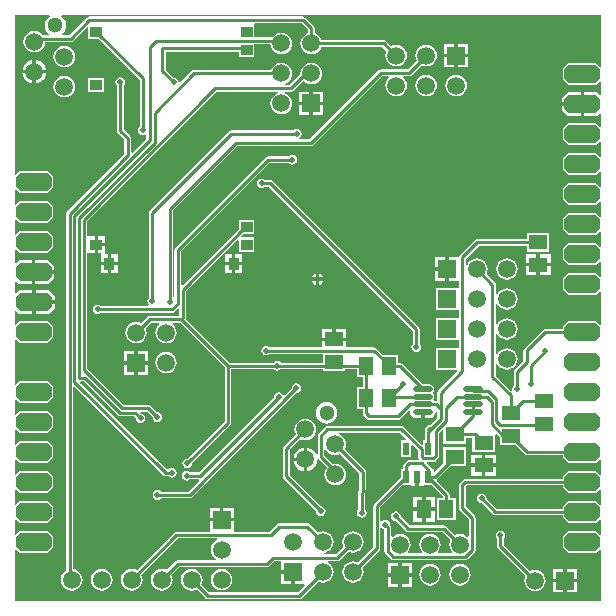
<source format=gbl>
%FSAX42Y42*%
%MOMM*%
G71*
G01*
G75*
G04 Layer_Physical_Order=2*
G04 Layer_Color=16711680*
%ADD10R,1.70X1.70*%
%ADD11O,0.65X0.20*%
%ADD12O,0.20X0.65*%
%ADD13R,1.60X1.30*%
%ADD14R,1.30X1.60*%
%ADD15R,1.10X0.60*%
%ADD16R,1.40X1.00*%
%ADD17R,0.23X0.60*%
%ADD18R,0.60X0.23*%
%ADD19C,0.25*%
%ADD20C,0.24*%
%ADD21C,0.20*%
%ADD22C,1.50*%
%ADD23R,1.50X1.50*%
%ADD24R,1.50X1.50*%
%ADD25C,1.30*%
G04:AMPARAMS|DCode=26|XSize=3mm|YSize=1.5mm|CornerRadius=0mm|HoleSize=0mm|Usage=FLASHONLY|Rotation=0.000|XOffset=0mm|YOffset=0mm|HoleType=Round|Shape=Octagon|*
%AMOCTAGOND26*
4,1,8,1.50,-0.38,1.50,0.38,1.13,0.75,-1.13,0.75,-1.50,0.38,-1.50,-0.38,-1.13,-0.75,1.13,-0.75,1.50,-0.38,0.0*
%
%ADD26OCTAGOND26*%

%ADD27C,1.52*%
%ADD28C,0.50*%
%ADD29R,1.02X0.91*%
%ADD30R,0.91X1.02*%
%ADD31O,1.65X0.48*%
%ADD32R,0.60X1.10*%
G36*
X007483Y007049D02*
X007471Y007044D01*
X007443Y007072D01*
X007203D01*
X007157Y007026D01*
Y006936D01*
X007203Y006891D01*
X007443D01*
X007471Y006919D01*
X007483Y006914D01*
Y006809D01*
X007471Y006805D01*
X007448Y006828D01*
X007338D01*
Y006727D01*
Y006627D01*
X007448D01*
X007471Y006650D01*
X007483Y006645D01*
Y006541D01*
X007471Y006536D01*
X007443Y006564D01*
X007203D01*
X007157Y006518D01*
Y006428D01*
X007203Y006383D01*
X007443D01*
X007471Y006411D01*
X007483Y006406D01*
Y006287D01*
X007471Y006282D01*
X007443Y006310D01*
X007203D01*
X007157Y006264D01*
Y006174D01*
X007203Y006129D01*
X007443D01*
X007471Y006157D01*
X007483Y006152D01*
Y006033D01*
X007471Y006028D01*
X007443Y006056D01*
X007203D01*
X007157Y006010D01*
Y005920D01*
X007203Y005875D01*
X007443D01*
X007471Y005903D01*
X007483Y005898D01*
Y005779D01*
X007471Y005774D01*
X007443Y005802D01*
X007203D01*
X007157Y005756D01*
Y005666D01*
X007203Y005621D01*
X007443D01*
X007471Y005649D01*
X007483Y005644D01*
Y005525D01*
X007471Y005520D01*
X007443Y005548D01*
X007203D01*
X007157Y005502D01*
Y005412D01*
X007203Y005367D01*
X007443D01*
X007471Y005395D01*
X007483Y005390D01*
Y005271D01*
X007471Y005266D01*
X007443Y005294D01*
X007203D01*
X007157Y005248D01*
Y005158D01*
X007203Y005113D01*
X007443D01*
X007471Y005141D01*
X007483Y005136D01*
Y004864D01*
X007471Y004859D01*
X007443Y004887D01*
X007203D01*
X007157Y004842D01*
Y004826D01*
X007007D01*
X006996Y004823D01*
X006986Y004817D01*
X006834Y004665D01*
X006828Y004655D01*
X006825Y004644D01*
Y004556D01*
X006750Y004480D01*
X006743Y004471D01*
X006741Y004460D01*
Y004347D01*
X006741Y004347D01*
X006732Y004333D01*
X006729Y004317D01*
X006731Y004308D01*
X006719Y004302D01*
X006591Y004429D01*
Y004525D01*
X006604Y004527D01*
X006606Y004522D01*
X006620Y004503D01*
X006639Y004489D01*
X006661Y004480D01*
X006685Y004477D01*
X006709Y004480D01*
X006731Y004489D01*
X006750Y004503D01*
X006764Y004522D01*
X006773Y004544D01*
X006776Y004568D01*
X006773Y004592D01*
X006764Y004614D01*
X006750Y004633D01*
X006731Y004647D01*
X006709Y004656D01*
X006685Y004659D01*
X006661Y004656D01*
X006639Y004647D01*
X006620Y004633D01*
X006606Y004614D01*
X006604Y004609D01*
X006591Y004611D01*
Y004779D01*
X006604Y004781D01*
X006606Y004776D01*
X006620Y004757D01*
X006639Y004743D01*
X006661Y004734D01*
X006685Y004731D01*
X006709Y004734D01*
X006731Y004743D01*
X006750Y004757D01*
X006764Y004776D01*
X006773Y004798D01*
X006776Y004822D01*
X006773Y004846D01*
X006764Y004868D01*
X006750Y004887D01*
X006731Y004901D01*
X006709Y004910D01*
X006685Y004913D01*
X006661Y004910D01*
X006639Y004901D01*
X006620Y004887D01*
X006606Y004868D01*
X006604Y004863D01*
X006591Y004865D01*
Y005033D01*
X006604Y005035D01*
X006606Y005030D01*
X006620Y005011D01*
X006639Y004997D01*
X006661Y004988D01*
X006685Y004985D01*
X006709Y004988D01*
X006731Y004997D01*
X006750Y005011D01*
X006764Y005030D01*
X006773Y005052D01*
X006776Y005076D01*
X006773Y005100D01*
X006764Y005122D01*
X006750Y005141D01*
X006731Y005155D01*
X006709Y005164D01*
X006685Y005167D01*
X006661Y005164D01*
X006639Y005155D01*
X006620Y005141D01*
X006606Y005122D01*
X006604Y005117D01*
X006591Y005119D01*
Y005199D01*
X006591Y005199D01*
X006589Y005210D01*
X006583Y005219D01*
X006512Y005289D01*
X006519Y005306D01*
X006522Y005330D01*
X006519Y005354D01*
X006510Y005376D01*
X006496Y005395D01*
X006477Y005409D01*
X006455Y005418D01*
X006431Y005421D01*
X006407Y005418D01*
X006385Y005409D01*
X006366Y005395D01*
X006352Y005376D01*
X006349Y005368D01*
X006336Y005371D01*
Y005418D01*
X006447Y005529D01*
X006854D01*
Y005477D01*
X007045D01*
Y005638D01*
X006854D01*
Y005586D01*
X006435D01*
X006424Y005584D01*
X006415Y005578D01*
X006287Y005450D01*
X006281Y005441D01*
X006281Y005441D01*
X006274Y005430D01*
X006266Y005430D01*
X006192D01*
Y005330D01*
Y005230D01*
X006266D01*
X006277Y005230D01*
X006279Y005217D01*
Y005170D01*
X006268Y005167D01*
X006266Y005167D01*
X006087D01*
Y004985D01*
X006266D01*
X006268Y004985D01*
X006279Y004982D01*
Y004916D01*
X006268Y004912D01*
X006266Y004912D01*
X006087D01*
Y004731D01*
X006266D01*
X006268Y004731D01*
X006279Y004728D01*
Y004662D01*
X006267Y004658D01*
X006266Y004658D01*
X006087D01*
Y004477D01*
X006259D01*
X006264Y004465D01*
X006105Y004305D01*
X006098Y004296D01*
X006096Y004285D01*
Y004224D01*
X006084Y004214D01*
X006082Y004214D01*
X006069D01*
X006063Y004226D01*
X006068Y004235D01*
X006071Y004250D01*
X006068Y004265D01*
X006059Y004278D01*
Y004287D01*
X006068Y004300D01*
X006071Y004315D01*
X006068Y004330D01*
X006059Y004343D01*
X006046Y004352D01*
X006031Y004355D01*
X005972D01*
X005797Y004530D01*
X005788Y004536D01*
X005778Y004538D01*
X005766D01*
Y004605D01*
X005634D01*
X005580Y004660D01*
X005571Y004666D01*
X005560Y004668D01*
X005325D01*
Y004720D01*
X005115D01*
Y004668D01*
X004675D01*
X004674Y004669D01*
X004661Y004678D01*
X004645Y004681D01*
X004629Y004678D01*
X004616Y004669D01*
X004607Y004656D01*
X004604Y004640D01*
X004607Y004624D01*
X004616Y004611D01*
X004629Y004602D01*
X004645Y004599D01*
X004661Y004602D01*
X004674Y004611D01*
X004675Y004612D01*
X005125D01*
Y004539D01*
X004771D01*
X004769Y004542D01*
X004756Y004551D01*
X004740Y004554D01*
X004724Y004551D01*
X004711Y004542D01*
X004709Y004539D01*
X004334D01*
X003966Y004907D01*
X003968Y004917D01*
Y005142D01*
X004402Y005576D01*
X004414Y005571D01*
Y005476D01*
X004546D01*
Y005599D01*
X004441D01*
X004436Y005610D01*
X004452Y005626D01*
X004546D01*
Y005749D01*
X004414D01*
Y005669D01*
X003939Y005194D01*
X003927Y005199D01*
Y005479D01*
X004674Y006226D01*
X004838D01*
X004838Y006226D01*
X004852Y006217D01*
X004867Y006214D01*
X004883Y006217D01*
X004897Y006226D01*
X004906Y006239D01*
X004909Y006255D01*
X004906Y006271D01*
X004897Y006284D01*
X004883Y006293D01*
X004867Y006296D01*
X004852Y006293D01*
X004838Y006284D01*
X004838Y006284D01*
X004662D01*
X004651Y006282D01*
X004642Y006275D01*
X003878Y005511D01*
X003872Y005502D01*
X003869Y005491D01*
Y005101D01*
X003857Y005094D01*
X003856Y005095D01*
Y005828D01*
X004399Y006371D01*
X005025D01*
X005036Y006373D01*
X005045Y006380D01*
X005629Y006964D01*
X005682D01*
X005686Y006951D01*
X005682Y006948D01*
X005668Y006929D01*
X005659Y006907D01*
X005656Y006883D01*
X005659Y006860D01*
X005668Y006838D01*
X005682Y006819D01*
X005701Y006804D01*
X005723Y006795D01*
X005747Y006792D01*
X005771Y006795D01*
X005793Y006804D01*
X005812Y006819D01*
X005826Y006838D01*
X005835Y006860D01*
X005838Y006883D01*
X005835Y006907D01*
X005826Y006929D01*
X005812Y006948D01*
X005808Y006951D01*
X005812Y006964D01*
X005858D01*
X005870Y006966D01*
X005879Y006972D01*
X005962Y007056D01*
X005977Y007049D01*
X006001Y007046D01*
X006025Y007049D01*
X006047Y007058D01*
X006066Y007073D01*
X006080Y007092D01*
X006089Y007114D01*
X006092Y007138D01*
X006089Y007161D01*
X006080Y007183D01*
X006066Y007202D01*
X006047Y007217D01*
X006025Y007226D01*
X006001Y007229D01*
X005977Y007226D01*
X005955Y007217D01*
X005936Y007202D01*
X005922Y007183D01*
X005913Y007161D01*
X005910Y007138D01*
X005913Y007114D01*
X005921Y007095D01*
X005847Y007021D01*
X005617D01*
X005606Y007019D01*
X005597Y007013D01*
X005597Y007013D01*
X005013Y006429D01*
X004932D01*
X004928Y006441D01*
X004934Y006446D01*
X004943Y006459D01*
X004946Y006475D01*
X004943Y006491D01*
X004934Y006504D01*
X004921Y006513D01*
X004905Y006516D01*
X004889Y006513D01*
X004876Y006504D01*
X004876Y006504D01*
X004350D01*
X004339Y006502D01*
X004330Y006495D01*
X003662Y005828D01*
X003656Y005819D01*
X003654Y005808D01*
Y005087D01*
X003653Y005087D01*
X003644Y005073D01*
X003641Y005058D01*
X003644Y005042D01*
X003652Y005031D01*
X003649Y005022D01*
X003646Y005018D01*
X003249D01*
X003248Y005018D01*
X003235Y005027D01*
X003219Y005030D01*
X003203Y005027D01*
X003190Y005018D01*
X003181Y005005D01*
X003178Y004989D01*
X003181Y004973D01*
X003190Y004960D01*
X003203Y004951D01*
X003219Y004948D01*
X003235Y004951D01*
X003248Y004960D01*
X003249Y004960D01*
X003849D01*
X003860Y004962D01*
X003869Y004969D01*
X003899Y004998D01*
X003910Y004993D01*
Y004934D01*
X003659D01*
X003647Y004932D01*
X003644Y004929D01*
X003638Y004925D01*
X003638Y004925D01*
X003586Y004873D01*
X003569Y004880D01*
X003545Y004883D01*
X003521Y004880D01*
X003499Y004871D01*
X003480Y004856D01*
X003466Y004837D01*
X003457Y004815D01*
X003454Y004791D01*
X003457Y004768D01*
X003466Y004746D01*
X003480Y004727D01*
X003499Y004712D01*
X003521Y004703D01*
X003545Y004700D01*
X003569Y004703D01*
X003591Y004712D01*
X003610Y004727D01*
X003624Y004746D01*
X003633Y004768D01*
X003636Y004791D01*
X003633Y004815D01*
X003626Y004832D01*
X003670Y004876D01*
X003740D01*
X003744Y004864D01*
X003734Y004856D01*
X003720Y004837D01*
X003711Y004815D01*
X003708Y004791D01*
X003711Y004768D01*
X003720Y004746D01*
X003734Y004727D01*
X003753Y004712D01*
X003775Y004703D01*
X003799Y004700D01*
X003823Y004703D01*
X003845Y004712D01*
X003864Y004727D01*
X003878Y004746D01*
X003887Y004768D01*
X003890Y004791D01*
X003887Y004815D01*
X003878Y004837D01*
X003864Y004856D01*
X003854Y004864D01*
X003858Y004876D01*
X003916D01*
X004294Y004498D01*
Y004042D01*
X003978Y003726D01*
X003978Y003726D01*
X003962Y003723D01*
X003948Y003714D01*
X003939Y003701D01*
X003936Y003685D01*
X003939Y003669D01*
X003948Y003656D01*
X003962Y003647D01*
X003978Y003644D01*
X003993Y003647D01*
X004007Y003656D01*
X004016Y003669D01*
X004019Y003685D01*
X004019Y003686D01*
X004343Y004010D01*
X004349Y004019D01*
X004351Y004030D01*
Y004481D01*
X004714D01*
X004724Y004474D01*
X004740Y004471D01*
X004756Y004474D01*
X004766Y004481D01*
X005125D01*
Y004464D01*
X005316D01*
Y004481D01*
X005414D01*
Y004414D01*
X005466D01*
Y004333D01*
X005415D01*
Y004142D01*
X005466D01*
Y004108D01*
X005468Y004096D01*
X005475Y004087D01*
X005500Y004062D01*
X005500Y004062D01*
X005509Y004056D01*
X005520Y004054D01*
X005520Y004054D01*
X005762D01*
X005774Y004056D01*
X005783Y004062D01*
X005853Y004133D01*
X005865Y004126D01*
X005864Y004120D01*
X005867Y004101D01*
X005878Y004084D01*
X005895Y004073D01*
X005914Y004070D01*
X005958D01*
Y004120D01*
X005988D01*
Y004070D01*
X006031D01*
X006050Y004073D01*
X006067Y004084D01*
X006078Y004101D01*
X006081Y004119D01*
X006086Y004123D01*
X006093Y004126D01*
X006096Y004124D01*
Y004069D01*
X006035Y004008D01*
X006030Y004009D01*
X006014Y004006D01*
X006001Y003997D01*
X005992Y003983D01*
X005989Y003967D01*
X005991Y003954D01*
X005991Y003953D01*
Y003881D01*
X005975D01*
Y003848D01*
X005963Y003843D01*
X005813Y003993D01*
X005803Y003999D01*
X005792Y004001D01*
X005163D01*
X005162Y004001D01*
X005151Y003999D01*
X005142Y003993D01*
X005090Y003940D01*
X005083Y003931D01*
X005081Y003920D01*
Y003764D01*
X005069Y003761D01*
X005065Y003769D01*
X005049Y003790D01*
X005028Y003806D01*
X005004Y003816D01*
X004993Y003818D01*
Y003719D01*
Y003619D01*
X005004Y003621D01*
X005028Y003631D01*
X005049Y003647D01*
X005065Y003668D01*
X005075Y003692D01*
X005078Y003716D01*
X005085Y003719D01*
X005091Y003721D01*
X005162Y003650D01*
X005152Y003637D01*
X005143Y003615D01*
X005140Y003592D01*
X005143Y003568D01*
X005152Y003546D01*
X005167Y003527D01*
X005186Y003512D01*
X005208Y003503D01*
X005232Y003500D01*
X005255Y003503D01*
X005277Y003512D01*
X005296Y003527D01*
X005311Y003546D01*
X005320Y003568D01*
X005323Y003592D01*
X005320Y003615D01*
X005311Y003637D01*
X005296Y003656D01*
X005277Y003671D01*
X005255Y003680D01*
X005232Y003683D01*
X005213Y003680D01*
X005139Y003754D01*
Y003800D01*
X005151Y003802D01*
X005152Y003800D01*
X005167Y003781D01*
X005186Y003766D01*
X005208Y003757D01*
X005232Y003754D01*
X005255Y003757D01*
X005272Y003764D01*
X005433Y003603D01*
X005427Y003297D01*
X005426Y003297D01*
X005417Y003283D01*
X005414Y003267D01*
X005417Y003252D01*
X005426Y003238D01*
X005439Y003229D01*
X005455Y003226D01*
X005471Y003229D01*
X005484Y003238D01*
X005493Y003252D01*
X005496Y003267D01*
X005493Y003283D01*
X005484Y003296D01*
X005491Y003614D01*
X005491Y003614D01*
X005491Y003615D01*
X005490Y003620D01*
X005489Y003625D01*
X005489Y003625D01*
X005489Y003626D01*
X005486Y003630D01*
X005483Y003634D01*
X005483Y003635D01*
X005483Y003635D01*
X005313Y003805D01*
X005320Y003822D01*
X005323Y003846D01*
X005320Y003869D01*
X005311Y003891D01*
X005296Y003910D01*
X005277Y003925D01*
X005261Y003931D01*
X005264Y003944D01*
X005780D01*
X005832Y003892D01*
X005827Y003881D01*
X005784D01*
Y003740D01*
X005875D01*
Y003832D01*
X005887Y003837D01*
X005933Y003791D01*
Y003743D01*
X005935Y003732D01*
X005939Y003726D01*
X005934Y003714D01*
X005855D01*
X005844Y003712D01*
X005835Y003705D01*
X005810Y003680D01*
X005803Y003671D01*
X005801Y003660D01*
Y003641D01*
X005784D01*
Y003565D01*
X005562Y003343D01*
X005556Y003334D01*
X005554Y003323D01*
Y002978D01*
X005422Y002846D01*
X005405Y002853D01*
X005381Y002856D01*
X005357Y002853D01*
X005335Y002844D01*
X005316Y002829D01*
X005302Y002810D01*
X005293Y002788D01*
X005290Y002765D01*
X005293Y002741D01*
X005302Y002719D01*
X005316Y002700D01*
X005335Y002686D01*
X005357Y002677D01*
X005381Y002674D01*
X005405Y002677D01*
X005427Y002686D01*
X005446Y002700D01*
X005460Y002719D01*
X005469Y002741D01*
X005472Y002765D01*
X005469Y002788D01*
X005462Y002805D01*
X005603Y002946D01*
X005609Y002955D01*
X005611Y002966D01*
Y003137D01*
X005624Y003141D01*
X005626Y003138D01*
X005639Y003129D01*
X005648Y003128D01*
Y002941D01*
X005650Y002930D01*
X005656Y002920D01*
X005704Y002873D01*
X005713Y002867D01*
X005724Y002865D01*
X006331D01*
X006342Y002867D01*
X006351Y002873D01*
X006412Y002933D01*
X006418Y002943D01*
X006420Y002954D01*
Y003224D01*
X006418Y003235D01*
X006412Y003244D01*
X006336Y003319D01*
Y003488D01*
X006346Y003498D01*
X007157D01*
Y003482D01*
X007203Y003436D01*
X007443D01*
X007471Y003464D01*
X007483Y003459D01*
Y003340D01*
X007471Y003335D01*
X007443Y003363D01*
X007203D01*
X007157Y003318D01*
Y003302D01*
X006599D01*
X006514Y003387D01*
X006514Y003388D01*
X006511Y003403D01*
X006502Y003417D01*
X006488Y003426D01*
X006472Y003429D01*
X006457Y003426D01*
X006443Y003417D01*
X006434Y003403D01*
X006431Y003388D01*
X006434Y003372D01*
X006443Y003358D01*
X006457Y003349D01*
X006472Y003346D01*
X006473Y003346D01*
X006567Y003252D01*
X006576Y003246D01*
X006587Y003244D01*
X007157D01*
Y003228D01*
X007203Y003182D01*
X007443D01*
X007471Y003210D01*
X007483Y003205D01*
Y003086D01*
X007471Y003081D01*
X007443Y003109D01*
X007203D01*
X007157Y003064D01*
Y002974D01*
X007203Y002928D01*
X007443D01*
X007471Y002956D01*
X007483Y002951D01*
Y002517D01*
X002517D01*
Y002951D01*
X002529Y002956D01*
X002557Y002928D01*
X002797D01*
X002842Y002974D01*
Y003064D01*
X002797Y003109D01*
X002557D01*
X002529Y003081D01*
X002517Y003086D01*
Y003205D01*
X002529Y003210D01*
X002557Y003182D01*
X002797D01*
X002842Y003228D01*
Y003318D01*
X002797Y003363D01*
X002557D01*
X002529Y003335D01*
X002517Y003340D01*
Y003459D01*
X002529Y003464D01*
X002557Y003436D01*
X002797D01*
X002842Y003482D01*
Y003572D01*
X002797Y003617D01*
X002557D01*
X002529Y003589D01*
X002517Y003594D01*
Y003713D01*
X002529Y003718D01*
X002557Y003690D01*
X002797D01*
X002842Y003736D01*
Y003826D01*
X002797Y003871D01*
X002557D01*
X002529Y003843D01*
X002517Y003848D01*
Y003967D01*
X002529Y003972D01*
X002557Y003944D01*
X002797D01*
X002842Y003990D01*
Y004080D01*
X002797Y004125D01*
X002557D01*
X002529Y004097D01*
X002517Y004102D01*
Y004221D01*
X002529Y004226D01*
X002557Y004198D01*
X002797D01*
X002842Y004244D01*
Y004334D01*
X002797Y004379D01*
X002557D01*
X002529Y004351D01*
X002517Y004356D01*
Y004729D01*
X002529Y004734D01*
X002557Y004706D01*
X002797D01*
X002842Y004752D01*
Y004842D01*
X002797Y004887D01*
X002557D01*
X002529Y004859D01*
X002517Y004864D01*
Y004971D01*
X002529Y004976D01*
X002554Y004950D01*
X002665D01*
Y005051D01*
Y005151D01*
X002554D01*
X002529Y005126D01*
X002517Y005131D01*
Y005223D01*
X002529Y005227D01*
X002552Y005204D01*
X002662D01*
Y005305D01*
Y005405D01*
X002552D01*
X002529Y005382D01*
X002517Y005387D01*
Y005491D01*
X002529Y005496D01*
X002557Y005468D01*
X002797D01*
X002842Y005514D01*
Y005604D01*
X002797Y005649D01*
X002557D01*
X002529Y005621D01*
X002517Y005626D01*
Y005745D01*
X002529Y005750D01*
X002557Y005722D01*
X002797D01*
X002842Y005768D01*
Y005858D01*
X002797Y005903D01*
X002557D01*
X002529Y005875D01*
X002517Y005880D01*
Y005999D01*
X002529Y006004D01*
X002557Y005976D01*
X002797D01*
X002842Y006022D01*
Y006112D01*
X002797Y006157D01*
X002557D01*
X002529Y006129D01*
X002517Y006134D01*
Y007483D01*
X002808D01*
X002812Y007470D01*
X002798Y007460D01*
X002783Y007441D01*
X002774Y007419D01*
X002771Y007395D01*
X002774Y007371D01*
X002783Y007349D01*
X002798Y007330D01*
X002806Y007324D01*
X002802Y007311D01*
X002753D01*
X002747Y007320D01*
X002728Y007334D01*
X002706Y007343D01*
X002682Y007346D01*
X002659Y007343D01*
X002637Y007334D01*
X002618Y007320D01*
X002603Y007301D01*
X002594Y007279D01*
X002591Y007255D01*
X002594Y007231D01*
X002603Y007209D01*
X002618Y007190D01*
X002637Y007176D01*
X002659Y007167D01*
X002682Y007164D01*
X002706Y007167D01*
X002728Y007176D01*
X002747Y007190D01*
X002762Y007209D01*
X002771Y007231D01*
X002774Y007254D01*
X002990D01*
X003001Y007256D01*
X003010Y007262D01*
X003130Y007381D01*
X003141Y007376D01*
Y007279D01*
X003228D01*
X003574Y006933D01*
Y006537D01*
X003573Y006537D01*
X003564Y006523D01*
X003561Y006507D01*
X003564Y006492D01*
X003573Y006478D01*
X003587Y006469D01*
X003603Y006466D01*
X003618Y006469D01*
X003620Y006471D01*
X003631Y006465D01*
Y006432D01*
X003515Y006316D01*
X003504Y006321D01*
Y006438D01*
X003502Y006449D01*
X003495Y006458D01*
X003439Y006514D01*
Y006883D01*
X003439Y006883D01*
X003448Y006897D01*
X003451Y006912D01*
X003448Y006928D01*
X003439Y006942D01*
X003426Y006951D01*
X003410Y006954D01*
X003394Y006951D01*
X003381Y006942D01*
X003372Y006928D01*
X003369Y006912D01*
X003372Y006897D01*
X003381Y006883D01*
X003381Y006883D01*
Y006503D01*
X003383Y006491D01*
X003390Y006482D01*
X003446Y006426D01*
Y006305D01*
X002961Y005820D01*
X002955Y005810D01*
X002953Y005799D01*
Y002779D01*
X002935Y002765D01*
X002920Y002746D01*
X002911Y002724D01*
X002908Y002700D01*
X002911Y002676D01*
X002920Y002654D01*
X002935Y002635D01*
X002954Y002620D01*
X002976Y002611D01*
X003000Y002608D01*
X003024Y002611D01*
X003046Y002620D01*
X003065Y002635D01*
X003080Y002654D01*
X003089Y002676D01*
X003092Y002700D01*
X003089Y002724D01*
X003080Y002746D01*
X003065Y002765D01*
X003046Y002780D01*
X003024Y002789D01*
X003010Y002791D01*
Y004332D01*
X003022Y004337D01*
X003775Y003585D01*
X003784Y003578D01*
X003795Y003576D01*
X003818D01*
X003818Y003576D01*
X003832Y003567D01*
X003847Y003564D01*
X003863Y003567D01*
X003877Y003576D01*
X003886Y003589D01*
X003889Y003605D01*
X003886Y003621D01*
X003877Y003634D01*
X003863Y003643D01*
X003847Y003646D01*
X003832Y003643D01*
X003818Y003634D01*
X003806Y003634D01*
X003073Y004368D01*
X003078Y004380D01*
X003102D01*
X003391Y004092D01*
X003400Y004086D01*
X003411Y004084D01*
X003523D01*
X003541Y004066D01*
X003541Y004065D01*
X003544Y004049D01*
X003553Y004036D01*
X003567Y004027D01*
X003583Y004024D01*
X003598Y004027D01*
X003612Y004036D01*
X003621Y004049D01*
X003624Y004065D01*
X003621Y004081D01*
X003612Y004094D01*
X003598Y004103D01*
X003585Y004106D01*
X003581Y004112D01*
X003588Y004124D01*
X003638D01*
X003684Y004079D01*
X003684Y004078D01*
X003687Y004062D01*
X003696Y004048D01*
X003709Y004039D01*
X003725Y004036D01*
X003741Y004039D01*
X003754Y004048D01*
X003763Y004062D01*
X003766Y004078D01*
X003763Y004093D01*
X003754Y004107D01*
X003741Y004116D01*
X003725Y004119D01*
X003724Y004119D01*
X003670Y004172D01*
X003661Y004178D01*
X003650Y004181D01*
X003439D01*
X003132Y004488D01*
Y005466D01*
X003193D01*
Y005537D01*
Y005609D01*
X003132D01*
Y005735D01*
X004228Y006832D01*
X004744D01*
X004746Y006819D01*
X004728Y006812D01*
X004709Y006797D01*
X004694Y006778D01*
X004685Y006756D01*
X004682Y006732D01*
X004685Y006709D01*
X004694Y006687D01*
X004709Y006668D01*
X004728Y006653D01*
X004750Y006644D01*
X004773Y006641D01*
X004797Y006644D01*
X004819Y006653D01*
X004838Y006668D01*
X004853Y006687D01*
X004862Y006709D01*
X004865Y006732D01*
X004862Y006756D01*
X004853Y006778D01*
X004838Y006797D01*
X004819Y006812D01*
X004801Y006819D01*
X004803Y006832D01*
X004855D01*
X004866Y006834D01*
X004875Y006840D01*
X004957Y006922D01*
X004963Y006922D01*
X004982Y006907D01*
X005004Y006898D01*
X005027Y006895D01*
X005051Y006898D01*
X005073Y006907D01*
X005092Y006922D01*
X005107Y006941D01*
X005116Y006963D01*
X005119Y006986D01*
X005116Y007010D01*
X005107Y007032D01*
X005092Y007051D01*
X005073Y007066D01*
X005051Y007075D01*
X005027Y007078D01*
X005004Y007075D01*
X004982Y007066D01*
X004963Y007051D01*
X004948Y007032D01*
X004939Y007010D01*
X004936Y006986D01*
X004937Y006982D01*
X004843Y006888D01*
X004805D01*
X004803Y006901D01*
X004819Y006907D01*
X004838Y006922D01*
X004853Y006941D01*
X004862Y006963D01*
X004865Y006986D01*
X004862Y007010D01*
X004853Y007032D01*
X004838Y007051D01*
X004819Y007066D01*
X004797Y007075D01*
X004773Y007078D01*
X004750Y007075D01*
X004728Y007066D01*
X004709Y007051D01*
X004694Y007032D01*
X004687Y007015D01*
X004034D01*
X004023Y007013D01*
X004014Y007007D01*
X004014Y007007D01*
X003919Y006912D01*
X003905Y006916D01*
X003903Y006926D01*
X003894Y006939D01*
X003881Y006948D01*
X003865Y006951D01*
X003864Y006951D01*
X003796Y007019D01*
Y007169D01*
X004414D01*
Y007126D01*
X004546D01*
Y007236D01*
X004683D01*
X004685Y007217D01*
X004694Y007195D01*
X004709Y007176D01*
X004728Y007161D01*
X004750Y007152D01*
X004773Y007149D01*
X004797Y007152D01*
X004819Y007161D01*
X004838Y007176D01*
X004853Y007195D01*
X004862Y007217D01*
X004865Y007240D01*
X004862Y007264D01*
X004853Y007286D01*
X004838Y007305D01*
X004819Y007320D01*
X004797Y007329D01*
X004773Y007332D01*
X004750Y007329D01*
X004728Y007320D01*
X004709Y007305D01*
X004700Y007294D01*
X004555D01*
X004546Y007303D01*
Y007401D01*
X004553Y007411D01*
X004946D01*
X004999Y007358D01*
Y007327D01*
X004982Y007320D01*
X004963Y007305D01*
X004948Y007286D01*
X004939Y007264D01*
X004936Y007240D01*
X004939Y007217D01*
X004948Y007195D01*
X004963Y007176D01*
X004982Y007161D01*
X005004Y007152D01*
X005027Y007149D01*
X005051Y007152D01*
X005073Y007161D01*
X005092Y007176D01*
X005107Y007195D01*
X005114Y007212D01*
X005630D01*
X005665Y007176D01*
X005659Y007161D01*
X005656Y007138D01*
X005659Y007114D01*
X005668Y007092D01*
X005682Y007073D01*
X005701Y007058D01*
X005723Y007049D01*
X005747Y007046D01*
X005771Y007049D01*
X005793Y007058D01*
X005812Y007073D01*
X005826Y007092D01*
X005835Y007114D01*
X005838Y007138D01*
X005835Y007161D01*
X005826Y007183D01*
X005812Y007202D01*
X005793Y007217D01*
X005771Y007226D01*
X005747Y007229D01*
X005723Y007226D01*
X005705Y007218D01*
X005662Y007261D01*
X005653Y007267D01*
X005642Y007269D01*
X005114D01*
X005107Y007286D01*
X005092Y007305D01*
X005073Y007320D01*
X005056Y007327D01*
Y007370D01*
X005054Y007381D01*
X005048Y007390D01*
X004978Y007460D01*
X004969Y007467D01*
X004958Y007469D01*
X003148D01*
X003136Y007467D01*
X003127Y007460D01*
X002978Y007311D01*
X002923D01*
X002919Y007324D01*
X002927Y007330D01*
X002942Y007349D01*
X002951Y007371D01*
X002954Y007395D01*
X002951Y007419D01*
X002942Y007441D01*
X002927Y007460D01*
X002913Y007470D01*
X002917Y007483D01*
X007483D01*
Y007049D01*
D02*
G37*
G36*
X006147Y003964D02*
Y003849D01*
X006338D01*
Y003901D01*
X006392D01*
Y003780D01*
X006583D01*
Y003928D01*
X006596Y003934D01*
X006625Y003905D01*
Y003837D01*
X006760D01*
X006836Y003760D01*
X006846Y003754D01*
X006857Y003752D01*
X007157D01*
Y003736D01*
X007203Y003690D01*
X007443D01*
X007471Y003718D01*
X007483Y003713D01*
Y003594D01*
X007471Y003589D01*
X007443Y003617D01*
X007203D01*
X007157Y003572D01*
Y003556D01*
X006334D01*
X006323Y003553D01*
X006314Y003547D01*
X006287Y003520D01*
X006281Y003511D01*
X006279Y003500D01*
Y003308D01*
X006281Y003296D01*
X006287Y003287D01*
X006362Y003212D01*
Y003067D01*
X006350Y003063D01*
X006334Y003076D01*
X006312Y003085D01*
X006288Y003088D01*
X006264Y003085D01*
X006247Y003077D01*
X006172Y003152D01*
X006163Y003158D01*
X006152Y003161D01*
X005862D01*
X005786Y003236D01*
X005786Y003238D01*
X005783Y003253D01*
X005774Y003267D01*
X005761Y003276D01*
X005745Y003279D01*
X005729Y003276D01*
X005716Y003267D01*
X005707Y003253D01*
X005704Y003238D01*
X005707Y003222D01*
X005716Y003208D01*
X005729Y003199D01*
X005745Y003196D01*
X005746Y003196D01*
X005830Y003113D01*
X005839Y003107D01*
X005850Y003104D01*
X006140D01*
X006207Y003038D01*
X006200Y003020D01*
X006197Y002996D01*
X006200Y002973D01*
X006209Y002951D01*
X006221Y002935D01*
X006217Y002922D01*
X006105D01*
X006101Y002935D01*
X006113Y002951D01*
X006122Y002973D01*
X006125Y002996D01*
X006122Y003020D01*
X006113Y003042D01*
X006099Y003061D01*
X006080Y003076D01*
X006058Y003085D01*
X006034Y003088D01*
X006010Y003085D01*
X005988Y003076D01*
X005969Y003061D01*
X005955Y003042D01*
X005946Y003020D01*
X005943Y002996D01*
X005946Y002973D01*
X005955Y002951D01*
X005967Y002935D01*
X005963Y002922D01*
X005851D01*
X005847Y002935D01*
X005859Y002951D01*
X005868Y002973D01*
X005871Y002996D01*
X005868Y003020D01*
X005859Y003042D01*
X005845Y003061D01*
X005826Y003076D01*
X005804Y003085D01*
X005780Y003088D01*
X005756Y003085D01*
X005734Y003076D01*
X005718Y003063D01*
X005706Y003067D01*
Y003146D01*
X005703Y003157D01*
X005697Y003166D01*
X005696Y003167D01*
X005696Y003167D01*
X005693Y003183D01*
X005684Y003197D01*
X005671Y003206D01*
X005655Y003209D01*
X005639Y003206D01*
X005626Y003197D01*
X005624Y003194D01*
X005611Y003198D01*
Y003311D01*
X005800Y003500D01*
X005870D01*
Y003490D01*
X005910D01*
Y003570D01*
X005940D01*
Y003490D01*
X005980D01*
Y003500D01*
X006050D01*
X006144Y003406D01*
X006143Y003393D01*
X006092D01*
Y003202D01*
X006253D01*
Y003393D01*
X006201D01*
Y003418D01*
X006199Y003429D01*
X006193Y003438D01*
X006193Y003438D01*
X006092Y003539D01*
X006093Y003550D01*
X006203Y003659D01*
X006338D01*
Y003820D01*
X006147D01*
Y003685D01*
X006077Y003615D01*
X006066Y003620D01*
Y003641D01*
X006047D01*
X006047Y003644D01*
X006040Y003653D01*
X006040Y003653D01*
X006007Y003686D01*
X006012Y003698D01*
X006062D01*
X006073Y003700D01*
X006082Y003706D01*
X006104Y003728D01*
X006104Y003728D01*
X006110Y003737D01*
X006112Y003748D01*
X006112Y003748D01*
Y003946D01*
X006135Y003969D01*
X006147Y003964D01*
D02*
G37*
%LPC*%
G36*
X004978Y004064D02*
X004954Y004061D01*
X004932Y004052D01*
X004913Y004037D01*
X004898Y004018D01*
X004889Y003996D01*
X004886Y003972D01*
X004889Y003949D01*
X004896Y003932D01*
X004795Y003830D01*
X004788Y003821D01*
X004786Y003810D01*
Y003575D01*
X004788Y003564D01*
X004795Y003555D01*
X005069Y003281D01*
X005069Y003280D01*
X005072Y003264D01*
X005081Y003251D01*
X005094Y003242D01*
X005110Y003239D01*
X005126Y003242D01*
X005139Y003251D01*
X005148Y003264D01*
X005151Y003280D01*
X005148Y003296D01*
X005139Y003309D01*
X005126Y003318D01*
X005110Y003321D01*
X005109Y003321D01*
X004844Y003587D01*
Y003798D01*
X004937Y003891D01*
X004954Y003884D01*
X004978Y003881D01*
X005001Y003884D01*
X005023Y003893D01*
X005042Y003908D01*
X005057Y003927D01*
X005066Y003949D01*
X005069Y003972D01*
X005066Y003996D01*
X005057Y004018D01*
X005042Y004037D01*
X005023Y004052D01*
X005001Y004061D01*
X004978Y004064D01*
D02*
G37*
G36*
X004963Y003818D02*
X004951Y003816D01*
X004927Y003806D01*
X004906Y003790D01*
X004890Y003769D01*
X004880Y003745D01*
X004878Y003733D01*
X004963D01*
Y003818D01*
D02*
G37*
G36*
X005158Y004204D02*
X005134Y004201D01*
X005112Y004192D01*
X005093Y004177D01*
X005078Y004158D01*
X005069Y004136D01*
X005066Y004112D01*
X005069Y004089D01*
X005078Y004067D01*
X005093Y004048D01*
X005112Y004033D01*
X005134Y004024D01*
X005158Y004021D01*
X005181Y004024D01*
X005203Y004033D01*
X005222Y004048D01*
X005237Y004067D01*
X005246Y004089D01*
X005249Y004112D01*
X005246Y004136D01*
X005237Y004158D01*
X005222Y004177D01*
X005203Y004192D01*
X005181Y004201D01*
X005158Y004204D01*
D02*
G37*
G36*
X004902Y004362D02*
X004886Y004359D01*
X004873Y004350D01*
X004864Y004336D01*
X004861Y004320D01*
X004861Y004319D01*
X004803Y004261D01*
X004788Y004264D01*
X004782Y004274D01*
X004768Y004283D01*
X004753Y004286D01*
X004737Y004283D01*
X004723Y004274D01*
X004714Y004261D01*
X004711Y004245D01*
X004711Y004244D01*
X004076Y003609D01*
X004002D01*
X004002Y003609D01*
X003988Y003618D01*
X003972Y003621D01*
X003957Y003618D01*
X003943Y003609D01*
X003934Y003596D01*
X003931Y003580D01*
X003934Y003564D01*
X003943Y003551D01*
X003957Y003542D01*
X003972Y003539D01*
X003988Y003542D01*
X004002Y003551D01*
X004002Y003551D01*
X004075D01*
X004081Y003539D01*
X003988Y003446D01*
X003755D01*
X003754Y003447D01*
X003741Y003456D01*
X003725Y003459D01*
X003709Y003456D01*
X003696Y003447D01*
X003687Y003433D01*
X003684Y003417D01*
X003687Y003402D01*
X003696Y003388D01*
X003709Y003379D01*
X003725Y003376D01*
X003741Y003379D01*
X003754Y003388D01*
X003755Y003389D01*
X003999D01*
X004010Y003392D01*
X004019Y003398D01*
X004901Y004279D01*
X004902Y004279D01*
X004918Y004282D01*
X004931Y004291D01*
X004940Y004305D01*
X004943Y004320D01*
X004940Y004336D01*
X004931Y004350D01*
X004918Y004359D01*
X004902Y004362D01*
D02*
G37*
G36*
X006593Y003760D02*
X006502D01*
Y003685D01*
X006593D01*
Y003760D01*
D02*
G37*
G36*
Y003655D02*
X006502D01*
Y003580D01*
X006593D01*
Y003655D01*
D02*
G37*
G36*
X006472D02*
X006382D01*
Y003580D01*
X006472D01*
Y003655D01*
D02*
G37*
G36*
Y003760D02*
X006382D01*
Y003685D01*
X006472D01*
Y003760D01*
D02*
G37*
G36*
X004963Y003703D02*
X004878D01*
X004880Y003692D01*
X004890Y003668D01*
X004906Y003647D01*
X004927Y003631D01*
X004951Y003621D01*
X004963Y003619D01*
Y003703D01*
D02*
G37*
G36*
X005205Y004825D02*
X005115D01*
Y004750D01*
X005205D01*
Y004825D01*
D02*
G37*
G36*
X004608Y006096D02*
X004592Y006093D01*
X004578Y006084D01*
X004569Y006071D01*
X004566Y006055D01*
X004569Y006039D01*
X004578Y006026D01*
X004592Y006017D01*
X004608Y006014D01*
X004623Y006017D01*
X004637Y006026D01*
X004637Y006026D01*
X004671D01*
X005889Y004808D01*
Y004699D01*
X005888Y004699D01*
X005879Y004686D01*
X005876Y004670D01*
X005879Y004654D01*
X005888Y004641D01*
X005902Y004632D01*
X005917Y004629D01*
X005933Y004632D01*
X005947Y004641D01*
X005956Y004654D01*
X005959Y004670D01*
X005956Y004686D01*
X005947Y004699D01*
X005946Y004699D01*
Y004820D01*
X005944Y004831D01*
X005938Y004840D01*
X004703Y006075D01*
X004694Y006082D01*
X004683Y006084D01*
X004637D01*
X004637Y006084D01*
X004623Y006093D01*
X004608Y006096D01*
D02*
G37*
G36*
X005325Y004825D02*
X005235D01*
Y004750D01*
X005325D01*
Y004825D01*
D02*
G37*
G36*
X002805Y005151D02*
X002694D01*
Y005066D01*
X002855D01*
Y005101D01*
X002805Y005151D01*
D02*
G37*
G36*
X002855Y005036D02*
X002694D01*
Y004950D01*
X002805D01*
X002855Y005001D01*
Y005036D01*
D02*
G37*
G36*
X003645Y004522D02*
X003560D01*
Y004437D01*
X003645D01*
Y004522D01*
D02*
G37*
G36*
X003530D02*
X003445D01*
Y004437D01*
X003530D01*
Y004522D01*
D02*
G37*
G36*
X003799Y004629D02*
X003775Y004626D01*
X003753Y004617D01*
X003734Y004602D01*
X003720Y004583D01*
X003711Y004561D01*
X003708Y004537D01*
X003711Y004514D01*
X003720Y004492D01*
X003734Y004473D01*
X003753Y004458D01*
X003775Y004449D01*
X003799Y004446D01*
X003823Y004449D01*
X003845Y004458D01*
X003864Y004473D01*
X003878Y004492D01*
X003887Y004514D01*
X003890Y004537D01*
X003887Y004561D01*
X003878Y004583D01*
X003864Y004602D01*
X003845Y004617D01*
X003823Y004626D01*
X003799Y004629D01*
D02*
G37*
G36*
X003645Y004638D02*
X003560D01*
Y004552D01*
X003645D01*
Y004638D01*
D02*
G37*
G36*
X003530D02*
X003445D01*
Y004552D01*
X003530D01*
Y004638D01*
D02*
G37*
G36*
X006073Y003403D02*
X005997D01*
Y003312D01*
X006073D01*
Y003403D01*
D02*
G37*
G36*
X005880Y002727D02*
X005795D01*
Y002642D01*
X005880D01*
Y002727D01*
D02*
G37*
G36*
X005765D02*
X005680D01*
Y002642D01*
X005765D01*
Y002727D01*
D02*
G37*
G36*
X006034Y002834D02*
X006010Y002831D01*
X005988Y002822D01*
X005969Y002807D01*
X005955Y002788D01*
X005946Y002766D01*
X005943Y002742D01*
X005946Y002719D01*
X005955Y002697D01*
X005969Y002678D01*
X005988Y002663D01*
X006010Y002654D01*
X006034Y002651D01*
X006058Y002654D01*
X006080Y002663D01*
X006099Y002678D01*
X006113Y002697D01*
X006122Y002719D01*
X006125Y002742D01*
X006122Y002766D01*
X006113Y002788D01*
X006099Y002807D01*
X006080Y002822D01*
X006058Y002831D01*
X006034Y002834D01*
D02*
G37*
G36*
X004858Y002750D02*
X004773D01*
Y002664D01*
X004858D01*
Y002750D01*
D02*
G37*
G36*
X006288Y002834D02*
X006264Y002831D01*
X006242Y002822D01*
X006223Y002807D01*
X006209Y002788D01*
X006200Y002766D01*
X006197Y002742D01*
X006200Y002719D01*
X006209Y002697D01*
X006223Y002678D01*
X006242Y002663D01*
X006264Y002654D01*
X006288Y002651D01*
X006312Y002654D01*
X006334Y002663D01*
X006353Y002678D01*
X006367Y002697D01*
X006376Y002719D01*
X006379Y002742D01*
X006376Y002766D01*
X006367Y002788D01*
X006353Y002807D01*
X006334Y002822D01*
X006312Y002831D01*
X006288Y002834D01*
D02*
G37*
G36*
X007277Y002678D02*
X007192D01*
Y002592D01*
X007277D01*
Y002678D01*
D02*
G37*
G36*
X007162D02*
X007076D01*
Y002592D01*
X007162D01*
Y002678D01*
D02*
G37*
G36*
X006630Y003116D02*
X006614Y003113D01*
X006601Y003104D01*
X006592Y003091D01*
X006589Y003075D01*
X006592Y003059D01*
X006601Y003046D01*
X006601Y003046D01*
Y002985D01*
X006603Y002974D01*
X006610Y002965D01*
X006841Y002733D01*
X006834Y002716D01*
X006831Y002693D01*
X006834Y002669D01*
X006843Y002647D01*
X006858Y002628D01*
X006877Y002613D01*
X006899Y002604D01*
X006923Y002601D01*
X006946Y002604D01*
X006968Y002613D01*
X006987Y002628D01*
X007002Y002647D01*
X007011Y002669D01*
X007014Y002693D01*
X007011Y002716D01*
X007002Y002738D01*
X006987Y002757D01*
X006968Y002772D01*
X006946Y002781D01*
X006923Y002784D01*
X006899Y002781D01*
X006882Y002774D01*
X006659Y002997D01*
Y003046D01*
X006659Y003046D01*
X006668Y003059D01*
X006671Y003075D01*
X006668Y003091D01*
X006659Y003104D01*
X006646Y003113D01*
X006630Y003116D01*
D02*
G37*
G36*
X004270Y002791D02*
X004246Y002788D01*
X004224Y002779D01*
X004205Y002765D01*
X004191Y002746D01*
X004182Y002724D01*
X004179Y002700D01*
X004182Y002676D01*
X004191Y002654D01*
X004205Y002635D01*
X004224Y002621D01*
X004246Y002612D01*
X004270Y002609D01*
X004294Y002612D01*
X004316Y002621D01*
X004335Y002635D01*
X004349Y002654D01*
X004358Y002676D01*
X004361Y002700D01*
X004358Y002724D01*
X004349Y002746D01*
X004335Y002765D01*
X004316Y002779D01*
X004294Y002788D01*
X004270Y002791D01*
D02*
G37*
G36*
X003254Y002792D02*
X003230Y002789D01*
X003208Y002780D01*
X003189Y002765D01*
X003174Y002746D01*
X003165Y002724D01*
X003162Y002700D01*
X003165Y002676D01*
X003174Y002654D01*
X003189Y002635D01*
X003208Y002620D01*
X003230Y002611D01*
X003254Y002608D01*
X003278Y002611D01*
X003300Y002620D01*
X003319Y002635D01*
X003334Y002654D01*
X003343Y002676D01*
X003346Y002700D01*
X003343Y002724D01*
X003334Y002746D01*
X003319Y002765D01*
X003300Y002780D01*
X003278Y002789D01*
X003254Y002792D01*
D02*
G37*
G36*
X006073Y003282D02*
X005997D01*
Y003192D01*
X006073D01*
Y003282D01*
D02*
G37*
G36*
X005967D02*
X005892D01*
Y003192D01*
X005967D01*
Y003282D01*
D02*
G37*
G36*
X004255Y003308D02*
X004170D01*
Y003223D01*
X004255D01*
Y003308D01*
D02*
G37*
G36*
X005967Y003403D02*
X005892D01*
Y003312D01*
X005967D01*
Y003403D01*
D02*
G37*
G36*
X004370Y003308D02*
X004285D01*
Y003223D01*
X004370D01*
Y003308D01*
D02*
G37*
G36*
X007277Y002793D02*
X007192D01*
Y002708D01*
X007277D01*
Y002793D01*
D02*
G37*
G36*
X007162D02*
X007076D01*
Y002708D01*
X007162D01*
Y002793D01*
D02*
G37*
G36*
X005765Y002843D02*
X005680D01*
Y002757D01*
X005765D01*
Y002843D01*
D02*
G37*
G36*
X004370Y003193D02*
X004170D01*
Y003119D01*
X004170Y003108D01*
X004157Y003106D01*
X004157D01*
X003885D01*
X003874Y003104D01*
X003865Y003098D01*
X003549Y002782D01*
X003532Y002789D01*
X003508Y002792D01*
X003484Y002789D01*
X003462Y002780D01*
X003443Y002765D01*
X003428Y002746D01*
X003419Y002724D01*
X003416Y002700D01*
X003419Y002676D01*
X003428Y002654D01*
X003443Y002635D01*
X003462Y002620D01*
X003484Y002611D01*
X003508Y002608D01*
X003532Y002611D01*
X003554Y002620D01*
X003573Y002635D01*
X003588Y002654D01*
X003597Y002676D01*
X003600Y002700D01*
X003597Y002724D01*
X003590Y002741D01*
X003897Y003049D01*
X004229D01*
X004232Y003036D01*
X004224Y003033D01*
X004205Y003019D01*
X004191Y003000D01*
X004182Y002978D01*
X004179Y002954D01*
X004182Y002930D01*
X004191Y002908D01*
X004205Y002889D01*
X004223Y002876D01*
X004223Y002874D01*
X004215Y002863D01*
X003897D01*
X003886Y002861D01*
X003877Y002855D01*
X003804Y002782D01*
X003786Y002789D01*
X003762Y002792D01*
X003738Y002789D01*
X003716Y002780D01*
X003697Y002765D01*
X003682Y002746D01*
X003673Y002724D01*
X003670Y002700D01*
X003673Y002676D01*
X003682Y002654D01*
X003697Y002635D01*
X003716Y002620D01*
X003738Y002611D01*
X003762Y002608D01*
X003786Y002611D01*
X003808Y002620D01*
X003827Y002635D01*
X003842Y002654D01*
X003851Y002676D01*
X003854Y002700D01*
X003851Y002724D01*
X003844Y002742D01*
X003909Y002807D01*
X004650D01*
X004661Y002809D01*
X004670Y002815D01*
X004714Y002859D01*
X004773D01*
Y002780D01*
X004873D01*
Y002765D01*
X004888D01*
Y002664D01*
X004962D01*
X004962D01*
X004963Y002664D01*
X004967Y002664D01*
X004967D01*
X004968D01*
X004968Y002664D01*
X004969Y002663D01*
X004969Y002662D01*
X004971Y002657D01*
Y002657D01*
X004973Y002652D01*
X004915Y002594D01*
X004163D01*
X004098Y002659D01*
X004105Y002676D01*
X004108Y002700D01*
X004105Y002724D01*
X004096Y002746D01*
X004081Y002765D01*
X004062Y002780D01*
X004040Y002789D01*
X004016Y002792D01*
X003992Y002789D01*
X003970Y002780D01*
X003951Y002765D01*
X003936Y002746D01*
X003927Y002724D01*
X003924Y002700D01*
X003927Y002676D01*
X003936Y002654D01*
X003951Y002635D01*
X003970Y002620D01*
X003992Y002611D01*
X004016Y002608D01*
X004040Y002611D01*
X004057Y002618D01*
X004131Y002545D01*
X004131Y002545D01*
X004140Y002538D01*
X004151Y002536D01*
X004927D01*
X004938Y002538D01*
X004948Y002545D01*
X005086Y002684D01*
X005103Y002677D01*
X005127Y002674D01*
X005151Y002677D01*
X005173Y002686D01*
X005192Y002700D01*
X005206Y002719D01*
X005215Y002741D01*
X005218Y002765D01*
X005215Y002788D01*
X005206Y002810D01*
X005192Y002829D01*
X005173Y002844D01*
X005166Y002847D01*
X005168Y002859D01*
X005250D01*
X005260Y002862D01*
X005270Y002868D01*
X005340Y002938D01*
X005357Y002931D01*
X005381Y002928D01*
X005405Y002931D01*
X005427Y002940D01*
X005446Y002954D01*
X005460Y002973D01*
X005469Y002995D01*
X005472Y003019D01*
X005469Y003042D01*
X005460Y003064D01*
X005446Y003083D01*
X005427Y003098D01*
X005405Y003107D01*
X005381Y003110D01*
X005357Y003107D01*
X005335Y003098D01*
X005316Y003083D01*
X005302Y003064D01*
X005293Y003042D01*
X005290Y003019D01*
X005293Y002995D01*
X005300Y002978D01*
X005238Y002916D01*
X005133D01*
X005133D01*
X005133Y002916D01*
X005133Y002916D01*
X005133D01*
X005133Y002916D01*
X005132Y002928D01*
X005132Y002928D01*
X005132Y002928D01*
X005132Y002928D01*
X005133Y002928D01*
X005134Y002928D01*
X005146Y002930D01*
X005151Y002931D01*
X005173Y002940D01*
X005192Y002954D01*
X005206Y002973D01*
X005215Y002995D01*
X005218Y003019D01*
X005215Y003042D01*
X005206Y003064D01*
X005192Y003083D01*
X005173Y003098D01*
X005151Y003107D01*
X005127Y003110D01*
X005103Y003107D01*
X005086Y003100D01*
X005016Y003170D01*
X005007Y003177D01*
X004996Y003179D01*
X004758D01*
X004746Y003177D01*
X004737Y003170D01*
X004673Y003106D01*
X004383D01*
X004370Y003108D01*
X004370Y003119D01*
Y003193D01*
D02*
G37*
G36*
X005880Y002843D02*
X005795D01*
Y002757D01*
X005880D01*
Y002843D01*
D02*
G37*
G36*
X005128Y006833D02*
X005042D01*
Y006747D01*
X005128D01*
Y006833D01*
D02*
G37*
G36*
X005012D02*
X004927D01*
Y006747D01*
X005012D01*
Y006833D01*
D02*
G37*
G36*
X002936Y006965D02*
X002913Y006962D01*
X002891Y006953D01*
X002872Y006939D01*
X002857Y006920D01*
X002848Y006898D01*
X002845Y006874D01*
X002848Y006850D01*
X002857Y006828D01*
X002872Y006809D01*
X002891Y006795D01*
X002913Y006786D01*
X002936Y006783D01*
X002960Y006786D01*
X002982Y006795D01*
X003001Y006809D01*
X003016Y006828D01*
X003025Y006850D01*
X003028Y006874D01*
X003025Y006898D01*
X003016Y006920D01*
X003001Y006939D01*
X002982Y006953D01*
X002960Y006962D01*
X002936Y006965D01*
D02*
G37*
G36*
X006255Y006975D02*
X006231Y006972D01*
X006209Y006963D01*
X006190Y006948D01*
X006176Y006929D01*
X006167Y006907D01*
X006164Y006883D01*
X006167Y006860D01*
X006176Y006838D01*
X006190Y006819D01*
X006209Y006804D01*
X006231Y006795D01*
X006255Y006792D01*
X006279Y006795D01*
X006301Y006804D01*
X006320Y006819D01*
X006334Y006838D01*
X006343Y006860D01*
X006346Y006883D01*
X006343Y006907D01*
X006334Y006929D01*
X006320Y006948D01*
X006301Y006963D01*
X006279Y006972D01*
X006255Y006975D01*
D02*
G37*
G36*
X006001D02*
X005977Y006972D01*
X005955Y006963D01*
X005936Y006948D01*
X005922Y006929D01*
X005913Y006907D01*
X005910Y006883D01*
X005913Y006860D01*
X005922Y006838D01*
X005936Y006819D01*
X005955Y006804D01*
X005977Y006795D01*
X006001Y006792D01*
X006025Y006795D01*
X006047Y006804D01*
X006066Y006819D01*
X006080Y006838D01*
X006089Y006860D01*
X006092Y006883D01*
X006089Y006907D01*
X006080Y006929D01*
X006066Y006948D01*
X006047Y006963D01*
X006025Y006972D01*
X006001Y006975D01*
D02*
G37*
G36*
X007308Y006712D02*
X007148D01*
Y006677D01*
X007198Y006627D01*
X007308D01*
Y006712D01*
D02*
G37*
G36*
X003284Y005609D02*
X003223D01*
Y005552D01*
X003284D01*
Y005609D01*
D02*
G37*
G36*
X005012Y006717D02*
X004927D01*
Y006632D01*
X005012D01*
Y006717D01*
D02*
G37*
G36*
X007308Y006828D02*
X007198D01*
X007148Y006777D01*
Y006742D01*
X007308D01*
Y006828D01*
D02*
G37*
G36*
X005128Y006717D02*
X005042D01*
Y006632D01*
X005128D01*
Y006717D01*
D02*
G37*
G36*
X006240Y007122D02*
X006155D01*
Y007037D01*
X006240D01*
Y007122D01*
D02*
G37*
G36*
X002936Y007219D02*
X002913Y007216D01*
X002891Y007207D01*
X002872Y007193D01*
X002857Y007174D01*
X002848Y007152D01*
X002845Y007128D01*
X002848Y007104D01*
X002857Y007082D01*
X002872Y007063D01*
X002891Y007049D01*
X002913Y007040D01*
X002936Y007037D01*
X002960Y007040D01*
X002982Y007049D01*
X003001Y007063D01*
X003016Y007082D01*
X003025Y007104D01*
X003028Y007128D01*
X003025Y007152D01*
X003016Y007174D01*
X003001Y007193D01*
X002982Y007207D01*
X002960Y007216D01*
X002936Y007219D01*
D02*
G37*
G36*
X006355Y007122D02*
X006270D01*
Y007037D01*
X006355D01*
Y007122D01*
D02*
G37*
G36*
Y007238D02*
X006270D01*
Y007153D01*
X006355D01*
Y007238D01*
D02*
G37*
G36*
X006240D02*
X006155D01*
Y007153D01*
X006240D01*
Y007238D01*
D02*
G37*
G36*
X002667Y006986D02*
X002583D01*
X002585Y006975D01*
X002595Y006950D01*
X002611Y006929D01*
X002632Y006913D01*
X002656Y006903D01*
X002667Y006902D01*
Y006986D01*
D02*
G37*
G36*
X003274Y006949D02*
X003141D01*
Y006827D01*
X003274D01*
Y006949D01*
D02*
G37*
G36*
X002782Y006986D02*
X002697D01*
Y006902D01*
X002709Y006903D01*
X002733Y006913D01*
X002754Y006929D01*
X002770Y006950D01*
X002780Y006975D01*
X002782Y006986D01*
D02*
G37*
G36*
X002697Y007100D02*
Y007016D01*
X002782D01*
X002780Y007027D01*
X002770Y007052D01*
X002754Y007073D01*
X002733Y007089D01*
X002709Y007099D01*
X002697Y007100D01*
D02*
G37*
G36*
X002667D02*
X002656Y007099D01*
X002632Y007089D01*
X002611Y007073D01*
X002595Y007052D01*
X002585Y007027D01*
X002583Y007016D01*
X002667D01*
Y007100D01*
D02*
G37*
G36*
X004441Y005454D02*
X004385D01*
Y005392D01*
X004441D01*
Y005454D01*
D02*
G37*
G36*
X005097Y005293D02*
Y005260D01*
X005131D01*
X005130Y005265D01*
X005119Y005281D01*
X005102Y005292D01*
X005097Y005293D01*
D02*
G37*
G36*
X005067D02*
X005063Y005292D01*
X005046Y005281D01*
X005035Y005265D01*
X005034Y005260D01*
X005067D01*
Y005293D01*
D02*
G37*
G36*
X006935Y005352D02*
X006845D01*
Y005277D01*
X006935D01*
Y005352D01*
D02*
G37*
G36*
X003304Y005362D02*
X003248D01*
Y005301D01*
X003304D01*
Y005362D01*
D02*
G37*
G36*
X007055Y005352D02*
X006965D01*
Y005277D01*
X007055D01*
Y005352D01*
D02*
G37*
G36*
X005131Y005230D02*
X005097D01*
Y005197D01*
X005102Y005198D01*
X005119Y005209D01*
X005130Y005225D01*
X005131Y005230D01*
D02*
G37*
G36*
X005067D02*
X005034D01*
X005035Y005225D01*
X005046Y005209D01*
X005063Y005198D01*
X005067Y005197D01*
Y005230D01*
D02*
G37*
G36*
X002852Y005290D02*
X002692D01*
Y005204D01*
X002802D01*
X002852Y005255D01*
Y005290D01*
D02*
G37*
G36*
X006685Y005421D02*
X006661Y005418D01*
X006639Y005409D01*
X006620Y005395D01*
X006606Y005376D01*
X006597Y005354D01*
X006594Y005330D01*
X006597Y005306D01*
X006606Y005284D01*
X006620Y005265D01*
X006639Y005251D01*
X006661Y005242D01*
X006685Y005239D01*
X006709Y005242D01*
X006731Y005251D01*
X006750Y005265D01*
X006764Y005284D01*
X006773Y005306D01*
X006776Y005330D01*
X006773Y005354D01*
X006764Y005376D01*
X006750Y005395D01*
X006731Y005409D01*
X006709Y005418D01*
X006685Y005421D01*
D02*
G37*
G36*
X006162Y005315D02*
X006077D01*
Y005230D01*
X006162D01*
Y005315D01*
D02*
G37*
G36*
X007055Y005458D02*
X006965D01*
Y005382D01*
X007055D01*
Y005458D01*
D02*
G37*
G36*
X006935D02*
X006845D01*
Y005382D01*
X006935D01*
Y005458D01*
D02*
G37*
G36*
X003284Y005522D02*
X003223D01*
Y005466D01*
X003248D01*
X003248Y005454D01*
X003248Y005454D01*
Y005392D01*
X003304D01*
Y005454D01*
X003284D01*
Y005454D01*
X003284Y005466D01*
X003284Y005466D01*
Y005522D01*
D02*
G37*
G36*
X004355Y005454D02*
X004299D01*
Y005392D01*
X004355D01*
Y005454D01*
D02*
G37*
G36*
X003390D02*
X003334D01*
Y005392D01*
X003390D01*
Y005454D01*
D02*
G37*
G36*
X004355Y005362D02*
X004299D01*
Y005301D01*
X004355D01*
Y005362D01*
D02*
G37*
G36*
X003390D02*
X003334D01*
Y005301D01*
X003390D01*
Y005362D01*
D02*
G37*
G36*
X004441D02*
X004385D01*
Y005301D01*
X004441D01*
Y005362D01*
D02*
G37*
G36*
X006162Y005430D02*
X006077D01*
Y005345D01*
X006162D01*
Y005430D01*
D02*
G37*
G36*
X002802Y005405D02*
X002692D01*
Y005320D01*
X002852D01*
Y005355D01*
X002802Y005405D01*
D02*
G37*
%LPD*%
D13*
X006950Y005558D02*
D03*
Y005367D02*
D03*
X006997Y004210D02*
D03*
Y004020D02*
D03*
X006243Y003740D02*
D03*
Y003930D02*
D03*
X006487Y003670D02*
D03*
Y003860D02*
D03*
X006720Y004108D02*
D03*
Y003917D02*
D03*
X005220Y004735D02*
D03*
Y004545D02*
D03*
D14*
X005495Y004237D02*
D03*
X005685D02*
D03*
X005982Y003297D02*
D03*
X006172D02*
D03*
X005495Y004510D02*
D03*
X005685D02*
D03*
D19*
X006265Y004250D02*
X006397D01*
X006171Y004156D02*
X006265Y004250D01*
X006171Y004046D02*
Y004156D01*
X006083Y003958D02*
X006171Y004046D01*
X006083Y003748D02*
Y003958D01*
X006062Y003727D02*
X006083Y003748D01*
X005978Y003727D02*
X006062D01*
X005962Y003743D02*
X005978Y003727D01*
X005962Y003743D02*
Y003803D01*
X005792Y003972D02*
X005962Y003803D01*
X005162Y003972D02*
X005792D01*
X005027Y007240D02*
X005642D01*
X005747Y007135D01*
X003898Y005038D02*
Y005491D01*
X003849Y004989D02*
X003898Y005038D01*
X003219Y004989D02*
X003849D01*
X003928Y004905D02*
X004323Y004510D01*
X003659Y004905D02*
X003928D01*
X003545Y004791D02*
X003659Y004905D01*
X003828Y005840D02*
X004388Y006400D01*
X003828Y005053D02*
Y005840D01*
X003898Y005491D02*
X004662Y006255D01*
X004867D01*
X004350Y006475D02*
X004905D01*
X003683Y005808D02*
X004350Y006475D01*
X003683Y005058D02*
Y005808D01*
X005858Y006993D02*
X006001Y007135D01*
X005617Y006993D02*
X005858D01*
X005025Y006400D02*
X005617Y006993D01*
X004388Y006400D02*
X005025D01*
X003535Y004112D02*
X003583Y004065D01*
X003411Y004112D02*
X003535D01*
X003114Y004409D02*
X003411Y004112D01*
X003063Y004409D02*
X003114D01*
X004088Y003580D02*
X004753Y004245D01*
X003972Y003580D02*
X004088D01*
X004323Y004030D02*
Y004510D01*
X003978Y003685D02*
X004323Y004030D01*
X003795Y003605D02*
X003847D01*
X003063Y004409D02*
Y005763D01*
X003023Y004378D02*
X003795Y003605D01*
X006822Y004210D02*
X006997D01*
X006431Y005330D02*
X006562Y005199D01*
Y004417D02*
Y005199D01*
Y004417D02*
X006720Y004260D01*
Y004108D02*
Y004260D01*
X003603Y006507D02*
Y006945D01*
X003208Y007340D02*
X003603Y006945D01*
X004470Y007198D02*
X004480Y007188D01*
X003768Y007198D02*
X004470D01*
X003768Y007007D02*
Y007198D01*
Y007007D02*
X003865Y006910D01*
X005495Y004237D02*
Y004510D01*
X005495Y004510D02*
X005495Y004510D01*
Y004108D02*
Y004237D01*
Y004108D02*
X005520Y004083D01*
X005762D01*
X005865Y004185D01*
X005972D01*
X005697Y004250D02*
X005972D01*
Y004185D02*
X006082D01*
X006125Y004142D01*
Y004067D02*
Y004142D01*
Y004067D02*
X006130Y004062D01*
X006020Y003810D02*
Y003953D01*
X004996Y003150D02*
X005127Y003019D01*
X004758Y003150D02*
X004996D01*
X004685Y003077D02*
X004758Y003150D01*
X003885Y003077D02*
X004685D01*
X003508Y002700D02*
X003885Y003077D01*
X005381Y002765D02*
X005583Y002966D01*
X005830Y003570D02*
Y003660D01*
X005855Y003685D01*
X005967D01*
X006020Y003632D01*
Y003570D02*
Y003632D01*
X006172Y003297D02*
Y003418D01*
X006020Y003570D02*
X006172Y003418D01*
X006020Y003570D02*
X006073D01*
X006243Y003930D02*
X006418D01*
X006487Y003860D01*
X006243Y003930D02*
X006397Y004085D01*
Y004120D01*
X006628Y004014D02*
X006997D01*
X006397Y004302D02*
X006521D01*
X006397D02*
Y004315D01*
X006521Y004302D02*
X006596Y004227D01*
Y004047D02*
Y004227D01*
Y004047D02*
X006628Y004014D01*
X006997D02*
Y004020D01*
X006397Y004250D02*
X006513D01*
X006555Y004208D01*
Y004015D02*
Y004208D01*
Y004015D02*
X006653Y003917D01*
X006720D01*
X006857Y003781D01*
X007413D01*
X006397Y004120D02*
Y004185D01*
X004773Y007240D02*
Y007299D01*
X003660Y006420D02*
Y007207D01*
X003023Y005783D02*
X003660Y006420D01*
X003023Y004378D02*
Y005783D01*
X004034Y006986D02*
X004773D01*
X003701Y006653D02*
X004034Y006986D01*
X003701Y006401D02*
Y006653D01*
X003063Y005763D02*
X003701Y006401D01*
X003660Y007207D02*
X003717Y007265D01*
X004739D01*
X004773Y007299D01*
X003148Y007440D02*
X004958D01*
X005027Y007370D01*
Y007240D02*
Y007370D01*
X004323Y004510D02*
X005495D01*
X006720Y004108D02*
X006822Y004210D01*
X006073Y003570D02*
X006243Y003740D01*
X006435Y005558D02*
X006950D01*
X006308Y005430D02*
X006435Y005558D01*
X006308Y004467D02*
Y005430D01*
X006125Y004285D02*
X006308Y004467D01*
X006125Y004142D02*
Y004285D01*
X006770Y004317D02*
Y004460D01*
X007007Y004797D02*
X007413D01*
X006854Y004544D02*
Y004644D01*
X006770Y004460D02*
X006854Y004544D01*
Y004644D02*
X007007Y004797D01*
X006885Y004355D02*
Y004512D01*
X007005Y004633D01*
X002682Y007255D02*
X002710Y007282D01*
X002990D01*
X003148Y007440D01*
X003410Y006503D02*
Y006912D01*
Y006503D02*
X003475Y006438D01*
Y006293D02*
Y006438D01*
X002982Y005799D02*
X003475Y006293D01*
X002982Y002718D02*
Y005799D01*
Y002718D02*
X003000Y002700D01*
X006630Y002985D02*
X006923Y002693D01*
X006630Y002985D02*
Y003075D01*
X006020Y003953D02*
X006130Y004062D01*
X005583Y002966D02*
Y003323D01*
X005830Y003570D01*
X005805Y004358D02*
X005808D01*
X005685Y004237D02*
X005697Y004250D01*
X005805Y004358D01*
X004016Y002700D02*
X004151Y002565D01*
X004927D01*
X005127Y002765D01*
X004608Y006055D02*
X004683D01*
X005917Y004820D01*
Y004670D02*
Y004820D01*
X006472Y003388D02*
X006587Y003273D01*
X007413D01*
X005232Y003846D02*
X005462Y003615D01*
X005455Y003267D02*
X005462Y003615D01*
X005232Y003592D02*
Y003621D01*
X005110Y003742D02*
X005232Y003621D01*
X005110Y003742D02*
Y003920D01*
X005162Y003972D01*
X005655Y003167D02*
X005677Y003146D01*
Y002941D02*
Y003146D01*
Y002941D02*
X005724Y002893D01*
X006331D01*
X006391Y002954D01*
Y003224D01*
X006308Y003308D02*
X006391Y003224D01*
X006308Y003308D02*
Y003500D01*
X006334Y003527D01*
X007413D01*
X004815Y003575D02*
X005110Y003280D01*
X004815Y003575D02*
Y003810D01*
X004978Y003972D01*
X003928Y004905D02*
X003939Y004917D01*
Y005154D01*
X004478Y005692D01*
D20*
X003650Y004153D02*
X003725Y004078D01*
X003428Y004153D02*
X003650D01*
X003104Y004476D02*
X003428Y004153D01*
X003999Y003417D02*
X004902Y004320D01*
X003725Y003417D02*
X003999D01*
X003104Y004476D02*
Y005747D01*
X005685Y004510D02*
Y004515D01*
Y004510D02*
X005778D01*
X005972Y004315D01*
X005250Y002888D02*
X005381Y003019D01*
X004703Y002888D02*
X005250D01*
X005560Y004640D02*
X005685Y004515D01*
X004645Y004640D02*
X005560D01*
X003762Y002700D02*
X003897Y002835D01*
X004650D01*
X004703Y002888D01*
X004981Y006986D02*
X005027D01*
X004855Y006860D02*
X004981Y006986D01*
X004217Y006860D02*
X004855D01*
X003104Y005747D02*
X004217Y006860D01*
X006152Y003133D02*
X006288Y002996D01*
X005850Y003133D02*
X006152D01*
X005745Y003238D02*
X005850Y003133D01*
D22*
X006034Y002996D02*
D03*
X006288D02*
D03*
X006034Y002742D02*
D03*
X006288D02*
D03*
X005780Y002996D02*
D03*
X003799Y004791D02*
D03*
X003545D02*
D03*
X003799Y004537D02*
D03*
X006923Y002693D02*
D03*
X004270Y002700D02*
D03*
Y002954D02*
D03*
X006685Y005330D02*
D03*
X006431D02*
D03*
X002936Y006874D02*
D03*
X002682Y007001D02*
D03*
X002936Y007128D02*
D03*
X002682Y007255D02*
D03*
X006685Y005076D02*
D03*
X006431D02*
D03*
X006685Y004822D02*
D03*
X006431D02*
D03*
X006685Y004568D02*
D03*
X006431D02*
D03*
X004873Y003019D02*
D03*
X005127Y002765D02*
D03*
Y003019D02*
D03*
X005381Y002765D02*
D03*
Y003019D02*
D03*
X004978Y003972D02*
D03*
Y003719D02*
D03*
X005232Y003846D02*
D03*
Y003592D02*
D03*
X004773Y007240D02*
D03*
X005027D02*
D03*
X004773Y006986D02*
D03*
X005027D02*
D03*
X004773Y006732D02*
D03*
X005747Y006883D02*
D03*
Y007138D02*
D03*
X006001Y006883D02*
D03*
Y007138D02*
D03*
X006255Y006883D02*
D03*
D23*
X005780Y002742D02*
D03*
X003545Y004537D02*
D03*
X007177Y002693D02*
D03*
X006177Y005076D02*
D03*
Y004822D02*
D03*
X006177Y004568D02*
D03*
X004873Y002765D02*
D03*
X006255Y007138D02*
D03*
D24*
X004270Y003208D02*
D03*
X006177Y005330D02*
D03*
X005027Y006732D02*
D03*
D25*
X002862Y007395D02*
D03*
X005158Y004112D02*
D03*
D26*
X002677Y003273D02*
D03*
Y003019D02*
D03*
Y003527D02*
D03*
Y003781D02*
D03*
Y004289D02*
D03*
Y004035D02*
D03*
X002680Y005051D02*
D03*
X002677Y004797D02*
D03*
Y005559D02*
D03*
Y005305D02*
D03*
Y006067D02*
D03*
Y005813D02*
D03*
X007323Y006473D02*
D03*
Y004035D02*
D03*
Y003781D02*
D03*
Y004543D02*
D03*
Y004289D02*
D03*
Y003273D02*
D03*
Y003019D02*
D03*
Y003527D02*
D03*
Y006219D02*
D03*
Y005965D02*
D03*
Y006981D02*
D03*
Y006727D02*
D03*
Y005203D02*
D03*
Y004797D02*
D03*
Y005711D02*
D03*
Y005457D02*
D03*
D27*
X003254Y002700D02*
D03*
X003762D02*
D03*
X004016D02*
D03*
X003508D02*
D03*
X003000D02*
D03*
D28*
X003219Y004989D02*
D03*
X003828Y005053D02*
D03*
X004867Y006255D02*
D03*
X004905Y006475D02*
D03*
X003683Y005058D02*
D03*
X003583Y004065D02*
D03*
X003725Y004078D02*
D03*
X004902Y004320D02*
D03*
X003725Y003417D02*
D03*
X004753Y004245D02*
D03*
X003972Y003580D02*
D03*
X003978Y003685D02*
D03*
X003847Y003605D02*
D03*
X003212Y006888D02*
D03*
X004645Y004640D02*
D03*
X004483Y005540D02*
D03*
X003603Y006507D02*
D03*
X003865Y006910D02*
D03*
X005685Y004237D02*
D03*
X005685Y004510D02*
D03*
X006997Y004020D02*
D03*
X006722Y004108D02*
D03*
X006245Y003735D02*
D03*
X006770Y004317D02*
D03*
X006885Y004355D02*
D03*
X007005Y004633D02*
D03*
X004488Y007340D02*
D03*
X003410Y006912D02*
D03*
X006030Y003967D02*
D03*
X006630Y003075D02*
D03*
X005745Y003238D02*
D03*
X005808Y004358D02*
D03*
X004478Y005692D02*
D03*
X004608Y006055D02*
D03*
X005917Y004670D02*
D03*
X006472Y003388D02*
D03*
X005455Y003267D02*
D03*
X005655Y003167D02*
D03*
X005972Y004120D02*
D03*
X005110Y003280D02*
D03*
X005925Y003570D02*
D03*
X005215Y004508D02*
D03*
X004740Y004512D02*
D03*
X005083Y005245D02*
D03*
D29*
X003208Y007340D02*
D03*
Y006888D02*
D03*
Y005537D02*
D03*
X004480D02*
D03*
Y005688D02*
D03*
Y007188D02*
D03*
Y007340D02*
D03*
D30*
X003319Y005377D02*
D03*
X004370D02*
D03*
D31*
X005972Y004315D02*
D03*
Y004250D02*
D03*
Y004185D02*
D03*
X006397Y004315D02*
D03*
Y004185D02*
D03*
Y004120D02*
D03*
Y004250D02*
D03*
X005972Y004120D02*
D03*
D32*
X005830Y003810D02*
D03*
X006020D02*
D03*
X005830Y003570D02*
D03*
X006020D02*
D03*
X005925D02*
D03*
M02*

</source>
